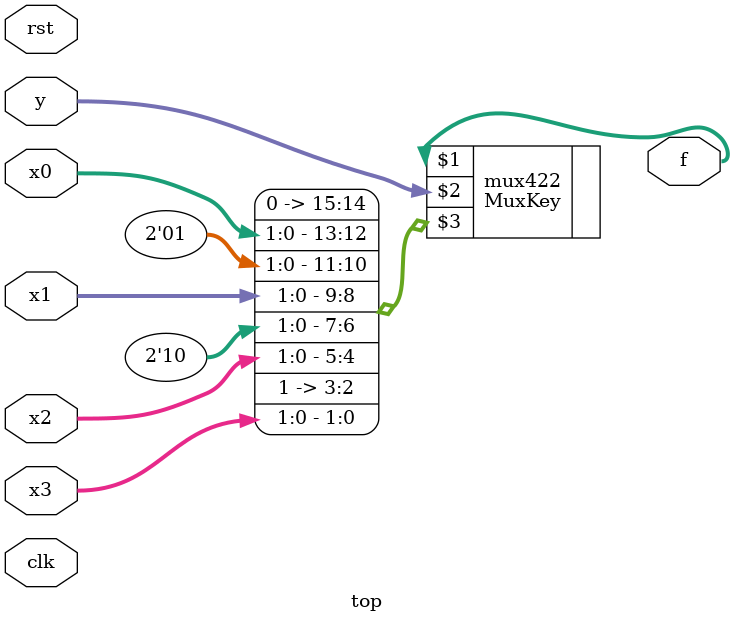
<source format=v>
module top (
    input[1:0] x0,x1,x2,x3,y,
    input clk,rst,
    output[1:0] f
);
    MuxKey #(4,2,2) mux422
    (
        f,y,{
            2'b00,x0,
            2'b01,x1,
            2'b10,x2,
            2'b11,x3
        }
    );
endmodule

</source>
